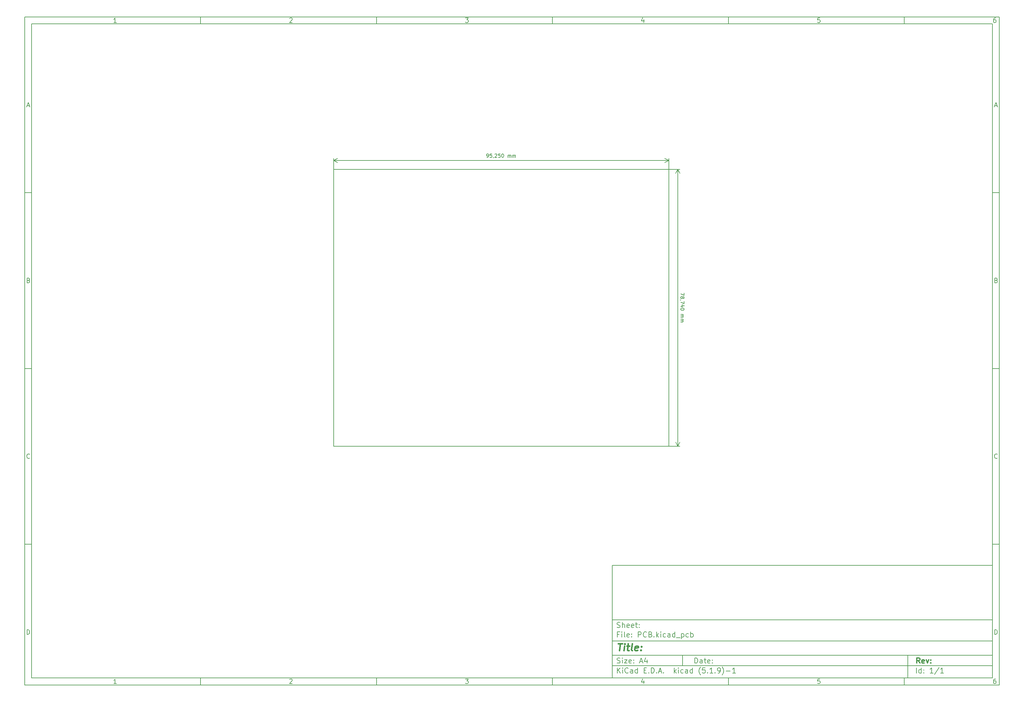
<source format=gbr>
%TF.GenerationSoftware,KiCad,Pcbnew,(5.1.9)-1*%
%TF.CreationDate,2023-11-25T15:35:42-05:00*%
%TF.ProjectId,PCB,5043422e-6b69-4636-9164-5f7063625858,rev?*%
%TF.SameCoordinates,Original*%
%TF.FileFunction,Other,User*%
%FSLAX46Y46*%
G04 Gerber Fmt 4.6, Leading zero omitted, Abs format (unit mm)*
G04 Created by KiCad (PCBNEW (5.1.9)-1) date 2023-11-25 15:35:42*
%MOMM*%
%LPD*%
G01*
G04 APERTURE LIST*
%ADD10C,0.100000*%
%ADD11C,0.150000*%
%ADD12C,0.300000*%
%ADD13C,0.400000*%
G04 APERTURE END LIST*
D10*
D11*
X177002200Y-166007200D02*
X177002200Y-198007200D01*
X285002200Y-198007200D01*
X285002200Y-166007200D01*
X177002200Y-166007200D01*
D10*
D11*
X10000000Y-10000000D02*
X10000000Y-200007200D01*
X287002200Y-200007200D01*
X287002200Y-10000000D01*
X10000000Y-10000000D01*
D10*
D11*
X12000000Y-12000000D02*
X12000000Y-198007200D01*
X285002200Y-198007200D01*
X285002200Y-12000000D01*
X12000000Y-12000000D01*
D10*
D11*
X60000000Y-12000000D02*
X60000000Y-10000000D01*
D10*
D11*
X110000000Y-12000000D02*
X110000000Y-10000000D01*
D10*
D11*
X160000000Y-12000000D02*
X160000000Y-10000000D01*
D10*
D11*
X210000000Y-12000000D02*
X210000000Y-10000000D01*
D10*
D11*
X260000000Y-12000000D02*
X260000000Y-10000000D01*
D10*
D11*
X36065476Y-11588095D02*
X35322619Y-11588095D01*
X35694047Y-11588095D02*
X35694047Y-10288095D01*
X35570238Y-10473809D01*
X35446428Y-10597619D01*
X35322619Y-10659523D01*
D10*
D11*
X85322619Y-10411904D02*
X85384523Y-10350000D01*
X85508333Y-10288095D01*
X85817857Y-10288095D01*
X85941666Y-10350000D01*
X86003571Y-10411904D01*
X86065476Y-10535714D01*
X86065476Y-10659523D01*
X86003571Y-10845238D01*
X85260714Y-11588095D01*
X86065476Y-11588095D01*
D10*
D11*
X135260714Y-10288095D02*
X136065476Y-10288095D01*
X135632142Y-10783333D01*
X135817857Y-10783333D01*
X135941666Y-10845238D01*
X136003571Y-10907142D01*
X136065476Y-11030952D01*
X136065476Y-11340476D01*
X136003571Y-11464285D01*
X135941666Y-11526190D01*
X135817857Y-11588095D01*
X135446428Y-11588095D01*
X135322619Y-11526190D01*
X135260714Y-11464285D01*
D10*
D11*
X185941666Y-10721428D02*
X185941666Y-11588095D01*
X185632142Y-10226190D02*
X185322619Y-11154761D01*
X186127380Y-11154761D01*
D10*
D11*
X236003571Y-10288095D02*
X235384523Y-10288095D01*
X235322619Y-10907142D01*
X235384523Y-10845238D01*
X235508333Y-10783333D01*
X235817857Y-10783333D01*
X235941666Y-10845238D01*
X236003571Y-10907142D01*
X236065476Y-11030952D01*
X236065476Y-11340476D01*
X236003571Y-11464285D01*
X235941666Y-11526190D01*
X235817857Y-11588095D01*
X235508333Y-11588095D01*
X235384523Y-11526190D01*
X235322619Y-11464285D01*
D10*
D11*
X285941666Y-10288095D02*
X285694047Y-10288095D01*
X285570238Y-10350000D01*
X285508333Y-10411904D01*
X285384523Y-10597619D01*
X285322619Y-10845238D01*
X285322619Y-11340476D01*
X285384523Y-11464285D01*
X285446428Y-11526190D01*
X285570238Y-11588095D01*
X285817857Y-11588095D01*
X285941666Y-11526190D01*
X286003571Y-11464285D01*
X286065476Y-11340476D01*
X286065476Y-11030952D01*
X286003571Y-10907142D01*
X285941666Y-10845238D01*
X285817857Y-10783333D01*
X285570238Y-10783333D01*
X285446428Y-10845238D01*
X285384523Y-10907142D01*
X285322619Y-11030952D01*
D10*
D11*
X60000000Y-198007200D02*
X60000000Y-200007200D01*
D10*
D11*
X110000000Y-198007200D02*
X110000000Y-200007200D01*
D10*
D11*
X160000000Y-198007200D02*
X160000000Y-200007200D01*
D10*
D11*
X210000000Y-198007200D02*
X210000000Y-200007200D01*
D10*
D11*
X260000000Y-198007200D02*
X260000000Y-200007200D01*
D10*
D11*
X36065476Y-199595295D02*
X35322619Y-199595295D01*
X35694047Y-199595295D02*
X35694047Y-198295295D01*
X35570238Y-198481009D01*
X35446428Y-198604819D01*
X35322619Y-198666723D01*
D10*
D11*
X85322619Y-198419104D02*
X85384523Y-198357200D01*
X85508333Y-198295295D01*
X85817857Y-198295295D01*
X85941666Y-198357200D01*
X86003571Y-198419104D01*
X86065476Y-198542914D01*
X86065476Y-198666723D01*
X86003571Y-198852438D01*
X85260714Y-199595295D01*
X86065476Y-199595295D01*
D10*
D11*
X135260714Y-198295295D02*
X136065476Y-198295295D01*
X135632142Y-198790533D01*
X135817857Y-198790533D01*
X135941666Y-198852438D01*
X136003571Y-198914342D01*
X136065476Y-199038152D01*
X136065476Y-199347676D01*
X136003571Y-199471485D01*
X135941666Y-199533390D01*
X135817857Y-199595295D01*
X135446428Y-199595295D01*
X135322619Y-199533390D01*
X135260714Y-199471485D01*
D10*
D11*
X185941666Y-198728628D02*
X185941666Y-199595295D01*
X185632142Y-198233390D02*
X185322619Y-199161961D01*
X186127380Y-199161961D01*
D10*
D11*
X236003571Y-198295295D02*
X235384523Y-198295295D01*
X235322619Y-198914342D01*
X235384523Y-198852438D01*
X235508333Y-198790533D01*
X235817857Y-198790533D01*
X235941666Y-198852438D01*
X236003571Y-198914342D01*
X236065476Y-199038152D01*
X236065476Y-199347676D01*
X236003571Y-199471485D01*
X235941666Y-199533390D01*
X235817857Y-199595295D01*
X235508333Y-199595295D01*
X235384523Y-199533390D01*
X235322619Y-199471485D01*
D10*
D11*
X285941666Y-198295295D02*
X285694047Y-198295295D01*
X285570238Y-198357200D01*
X285508333Y-198419104D01*
X285384523Y-198604819D01*
X285322619Y-198852438D01*
X285322619Y-199347676D01*
X285384523Y-199471485D01*
X285446428Y-199533390D01*
X285570238Y-199595295D01*
X285817857Y-199595295D01*
X285941666Y-199533390D01*
X286003571Y-199471485D01*
X286065476Y-199347676D01*
X286065476Y-199038152D01*
X286003571Y-198914342D01*
X285941666Y-198852438D01*
X285817857Y-198790533D01*
X285570238Y-198790533D01*
X285446428Y-198852438D01*
X285384523Y-198914342D01*
X285322619Y-199038152D01*
D10*
D11*
X10000000Y-60000000D02*
X12000000Y-60000000D01*
D10*
D11*
X10000000Y-110000000D02*
X12000000Y-110000000D01*
D10*
D11*
X10000000Y-160000000D02*
X12000000Y-160000000D01*
D10*
D11*
X10690476Y-35216666D02*
X11309523Y-35216666D01*
X10566666Y-35588095D02*
X11000000Y-34288095D01*
X11433333Y-35588095D01*
D10*
D11*
X11092857Y-84907142D02*
X11278571Y-84969047D01*
X11340476Y-85030952D01*
X11402380Y-85154761D01*
X11402380Y-85340476D01*
X11340476Y-85464285D01*
X11278571Y-85526190D01*
X11154761Y-85588095D01*
X10659523Y-85588095D01*
X10659523Y-84288095D01*
X11092857Y-84288095D01*
X11216666Y-84350000D01*
X11278571Y-84411904D01*
X11340476Y-84535714D01*
X11340476Y-84659523D01*
X11278571Y-84783333D01*
X11216666Y-84845238D01*
X11092857Y-84907142D01*
X10659523Y-84907142D01*
D10*
D11*
X11402380Y-135464285D02*
X11340476Y-135526190D01*
X11154761Y-135588095D01*
X11030952Y-135588095D01*
X10845238Y-135526190D01*
X10721428Y-135402380D01*
X10659523Y-135278571D01*
X10597619Y-135030952D01*
X10597619Y-134845238D01*
X10659523Y-134597619D01*
X10721428Y-134473809D01*
X10845238Y-134350000D01*
X11030952Y-134288095D01*
X11154761Y-134288095D01*
X11340476Y-134350000D01*
X11402380Y-134411904D01*
D10*
D11*
X10659523Y-185588095D02*
X10659523Y-184288095D01*
X10969047Y-184288095D01*
X11154761Y-184350000D01*
X11278571Y-184473809D01*
X11340476Y-184597619D01*
X11402380Y-184845238D01*
X11402380Y-185030952D01*
X11340476Y-185278571D01*
X11278571Y-185402380D01*
X11154761Y-185526190D01*
X10969047Y-185588095D01*
X10659523Y-185588095D01*
D10*
D11*
X287002200Y-60000000D02*
X285002200Y-60000000D01*
D10*
D11*
X287002200Y-110000000D02*
X285002200Y-110000000D01*
D10*
D11*
X287002200Y-160000000D02*
X285002200Y-160000000D01*
D10*
D11*
X285692676Y-35216666D02*
X286311723Y-35216666D01*
X285568866Y-35588095D02*
X286002200Y-34288095D01*
X286435533Y-35588095D01*
D10*
D11*
X286095057Y-84907142D02*
X286280771Y-84969047D01*
X286342676Y-85030952D01*
X286404580Y-85154761D01*
X286404580Y-85340476D01*
X286342676Y-85464285D01*
X286280771Y-85526190D01*
X286156961Y-85588095D01*
X285661723Y-85588095D01*
X285661723Y-84288095D01*
X286095057Y-84288095D01*
X286218866Y-84350000D01*
X286280771Y-84411904D01*
X286342676Y-84535714D01*
X286342676Y-84659523D01*
X286280771Y-84783333D01*
X286218866Y-84845238D01*
X286095057Y-84907142D01*
X285661723Y-84907142D01*
D10*
D11*
X286404580Y-135464285D02*
X286342676Y-135526190D01*
X286156961Y-135588095D01*
X286033152Y-135588095D01*
X285847438Y-135526190D01*
X285723628Y-135402380D01*
X285661723Y-135278571D01*
X285599819Y-135030952D01*
X285599819Y-134845238D01*
X285661723Y-134597619D01*
X285723628Y-134473809D01*
X285847438Y-134350000D01*
X286033152Y-134288095D01*
X286156961Y-134288095D01*
X286342676Y-134350000D01*
X286404580Y-134411904D01*
D10*
D11*
X285661723Y-185588095D02*
X285661723Y-184288095D01*
X285971247Y-184288095D01*
X286156961Y-184350000D01*
X286280771Y-184473809D01*
X286342676Y-184597619D01*
X286404580Y-184845238D01*
X286404580Y-185030952D01*
X286342676Y-185278571D01*
X286280771Y-185402380D01*
X286156961Y-185526190D01*
X285971247Y-185588095D01*
X285661723Y-185588095D01*
D10*
D11*
X200434342Y-193785771D02*
X200434342Y-192285771D01*
X200791485Y-192285771D01*
X201005771Y-192357200D01*
X201148628Y-192500057D01*
X201220057Y-192642914D01*
X201291485Y-192928628D01*
X201291485Y-193142914D01*
X201220057Y-193428628D01*
X201148628Y-193571485D01*
X201005771Y-193714342D01*
X200791485Y-193785771D01*
X200434342Y-193785771D01*
X202577200Y-193785771D02*
X202577200Y-193000057D01*
X202505771Y-192857200D01*
X202362914Y-192785771D01*
X202077200Y-192785771D01*
X201934342Y-192857200D01*
X202577200Y-193714342D02*
X202434342Y-193785771D01*
X202077200Y-193785771D01*
X201934342Y-193714342D01*
X201862914Y-193571485D01*
X201862914Y-193428628D01*
X201934342Y-193285771D01*
X202077200Y-193214342D01*
X202434342Y-193214342D01*
X202577200Y-193142914D01*
X203077200Y-192785771D02*
X203648628Y-192785771D01*
X203291485Y-192285771D02*
X203291485Y-193571485D01*
X203362914Y-193714342D01*
X203505771Y-193785771D01*
X203648628Y-193785771D01*
X204720057Y-193714342D02*
X204577200Y-193785771D01*
X204291485Y-193785771D01*
X204148628Y-193714342D01*
X204077200Y-193571485D01*
X204077200Y-193000057D01*
X204148628Y-192857200D01*
X204291485Y-192785771D01*
X204577200Y-192785771D01*
X204720057Y-192857200D01*
X204791485Y-193000057D01*
X204791485Y-193142914D01*
X204077200Y-193285771D01*
X205434342Y-193642914D02*
X205505771Y-193714342D01*
X205434342Y-193785771D01*
X205362914Y-193714342D01*
X205434342Y-193642914D01*
X205434342Y-193785771D01*
X205434342Y-192857200D02*
X205505771Y-192928628D01*
X205434342Y-193000057D01*
X205362914Y-192928628D01*
X205434342Y-192857200D01*
X205434342Y-193000057D01*
D10*
D11*
X177002200Y-194507200D02*
X285002200Y-194507200D01*
D10*
D11*
X178434342Y-196585771D02*
X178434342Y-195085771D01*
X179291485Y-196585771D02*
X178648628Y-195728628D01*
X179291485Y-195085771D02*
X178434342Y-195942914D01*
X179934342Y-196585771D02*
X179934342Y-195585771D01*
X179934342Y-195085771D02*
X179862914Y-195157200D01*
X179934342Y-195228628D01*
X180005771Y-195157200D01*
X179934342Y-195085771D01*
X179934342Y-195228628D01*
X181505771Y-196442914D02*
X181434342Y-196514342D01*
X181220057Y-196585771D01*
X181077200Y-196585771D01*
X180862914Y-196514342D01*
X180720057Y-196371485D01*
X180648628Y-196228628D01*
X180577200Y-195942914D01*
X180577200Y-195728628D01*
X180648628Y-195442914D01*
X180720057Y-195300057D01*
X180862914Y-195157200D01*
X181077200Y-195085771D01*
X181220057Y-195085771D01*
X181434342Y-195157200D01*
X181505771Y-195228628D01*
X182791485Y-196585771D02*
X182791485Y-195800057D01*
X182720057Y-195657200D01*
X182577200Y-195585771D01*
X182291485Y-195585771D01*
X182148628Y-195657200D01*
X182791485Y-196514342D02*
X182648628Y-196585771D01*
X182291485Y-196585771D01*
X182148628Y-196514342D01*
X182077200Y-196371485D01*
X182077200Y-196228628D01*
X182148628Y-196085771D01*
X182291485Y-196014342D01*
X182648628Y-196014342D01*
X182791485Y-195942914D01*
X184148628Y-196585771D02*
X184148628Y-195085771D01*
X184148628Y-196514342D02*
X184005771Y-196585771D01*
X183720057Y-196585771D01*
X183577200Y-196514342D01*
X183505771Y-196442914D01*
X183434342Y-196300057D01*
X183434342Y-195871485D01*
X183505771Y-195728628D01*
X183577200Y-195657200D01*
X183720057Y-195585771D01*
X184005771Y-195585771D01*
X184148628Y-195657200D01*
X186005771Y-195800057D02*
X186505771Y-195800057D01*
X186720057Y-196585771D02*
X186005771Y-196585771D01*
X186005771Y-195085771D01*
X186720057Y-195085771D01*
X187362914Y-196442914D02*
X187434342Y-196514342D01*
X187362914Y-196585771D01*
X187291485Y-196514342D01*
X187362914Y-196442914D01*
X187362914Y-196585771D01*
X188077200Y-196585771D02*
X188077200Y-195085771D01*
X188434342Y-195085771D01*
X188648628Y-195157200D01*
X188791485Y-195300057D01*
X188862914Y-195442914D01*
X188934342Y-195728628D01*
X188934342Y-195942914D01*
X188862914Y-196228628D01*
X188791485Y-196371485D01*
X188648628Y-196514342D01*
X188434342Y-196585771D01*
X188077200Y-196585771D01*
X189577200Y-196442914D02*
X189648628Y-196514342D01*
X189577200Y-196585771D01*
X189505771Y-196514342D01*
X189577200Y-196442914D01*
X189577200Y-196585771D01*
X190220057Y-196157200D02*
X190934342Y-196157200D01*
X190077200Y-196585771D02*
X190577200Y-195085771D01*
X191077200Y-196585771D01*
X191577200Y-196442914D02*
X191648628Y-196514342D01*
X191577200Y-196585771D01*
X191505771Y-196514342D01*
X191577200Y-196442914D01*
X191577200Y-196585771D01*
X194577200Y-196585771D02*
X194577200Y-195085771D01*
X194720057Y-196014342D02*
X195148628Y-196585771D01*
X195148628Y-195585771D02*
X194577200Y-196157200D01*
X195791485Y-196585771D02*
X195791485Y-195585771D01*
X195791485Y-195085771D02*
X195720057Y-195157200D01*
X195791485Y-195228628D01*
X195862914Y-195157200D01*
X195791485Y-195085771D01*
X195791485Y-195228628D01*
X197148628Y-196514342D02*
X197005771Y-196585771D01*
X196720057Y-196585771D01*
X196577200Y-196514342D01*
X196505771Y-196442914D01*
X196434342Y-196300057D01*
X196434342Y-195871485D01*
X196505771Y-195728628D01*
X196577200Y-195657200D01*
X196720057Y-195585771D01*
X197005771Y-195585771D01*
X197148628Y-195657200D01*
X198434342Y-196585771D02*
X198434342Y-195800057D01*
X198362914Y-195657200D01*
X198220057Y-195585771D01*
X197934342Y-195585771D01*
X197791485Y-195657200D01*
X198434342Y-196514342D02*
X198291485Y-196585771D01*
X197934342Y-196585771D01*
X197791485Y-196514342D01*
X197720057Y-196371485D01*
X197720057Y-196228628D01*
X197791485Y-196085771D01*
X197934342Y-196014342D01*
X198291485Y-196014342D01*
X198434342Y-195942914D01*
X199791485Y-196585771D02*
X199791485Y-195085771D01*
X199791485Y-196514342D02*
X199648628Y-196585771D01*
X199362914Y-196585771D01*
X199220057Y-196514342D01*
X199148628Y-196442914D01*
X199077200Y-196300057D01*
X199077200Y-195871485D01*
X199148628Y-195728628D01*
X199220057Y-195657200D01*
X199362914Y-195585771D01*
X199648628Y-195585771D01*
X199791485Y-195657200D01*
X202077200Y-197157200D02*
X202005771Y-197085771D01*
X201862914Y-196871485D01*
X201791485Y-196728628D01*
X201720057Y-196514342D01*
X201648628Y-196157200D01*
X201648628Y-195871485D01*
X201720057Y-195514342D01*
X201791485Y-195300057D01*
X201862914Y-195157200D01*
X202005771Y-194942914D01*
X202077200Y-194871485D01*
X203362914Y-195085771D02*
X202648628Y-195085771D01*
X202577200Y-195800057D01*
X202648628Y-195728628D01*
X202791485Y-195657200D01*
X203148628Y-195657200D01*
X203291485Y-195728628D01*
X203362914Y-195800057D01*
X203434342Y-195942914D01*
X203434342Y-196300057D01*
X203362914Y-196442914D01*
X203291485Y-196514342D01*
X203148628Y-196585771D01*
X202791485Y-196585771D01*
X202648628Y-196514342D01*
X202577200Y-196442914D01*
X204077200Y-196442914D02*
X204148628Y-196514342D01*
X204077200Y-196585771D01*
X204005771Y-196514342D01*
X204077200Y-196442914D01*
X204077200Y-196585771D01*
X205577200Y-196585771D02*
X204720057Y-196585771D01*
X205148628Y-196585771D02*
X205148628Y-195085771D01*
X205005771Y-195300057D01*
X204862914Y-195442914D01*
X204720057Y-195514342D01*
X206220057Y-196442914D02*
X206291485Y-196514342D01*
X206220057Y-196585771D01*
X206148628Y-196514342D01*
X206220057Y-196442914D01*
X206220057Y-196585771D01*
X207005771Y-196585771D02*
X207291485Y-196585771D01*
X207434342Y-196514342D01*
X207505771Y-196442914D01*
X207648628Y-196228628D01*
X207720057Y-195942914D01*
X207720057Y-195371485D01*
X207648628Y-195228628D01*
X207577200Y-195157200D01*
X207434342Y-195085771D01*
X207148628Y-195085771D01*
X207005771Y-195157200D01*
X206934342Y-195228628D01*
X206862914Y-195371485D01*
X206862914Y-195728628D01*
X206934342Y-195871485D01*
X207005771Y-195942914D01*
X207148628Y-196014342D01*
X207434342Y-196014342D01*
X207577200Y-195942914D01*
X207648628Y-195871485D01*
X207720057Y-195728628D01*
X208220057Y-197157200D02*
X208291485Y-197085771D01*
X208434342Y-196871485D01*
X208505771Y-196728628D01*
X208577200Y-196514342D01*
X208648628Y-196157200D01*
X208648628Y-195871485D01*
X208577200Y-195514342D01*
X208505771Y-195300057D01*
X208434342Y-195157200D01*
X208291485Y-194942914D01*
X208220057Y-194871485D01*
X209362914Y-196014342D02*
X210505771Y-196014342D01*
X212005771Y-196585771D02*
X211148628Y-196585771D01*
X211577200Y-196585771D02*
X211577200Y-195085771D01*
X211434342Y-195300057D01*
X211291485Y-195442914D01*
X211148628Y-195514342D01*
D10*
D11*
X177002200Y-191507200D02*
X285002200Y-191507200D01*
D10*
D12*
X264411485Y-193785771D02*
X263911485Y-193071485D01*
X263554342Y-193785771D02*
X263554342Y-192285771D01*
X264125771Y-192285771D01*
X264268628Y-192357200D01*
X264340057Y-192428628D01*
X264411485Y-192571485D01*
X264411485Y-192785771D01*
X264340057Y-192928628D01*
X264268628Y-193000057D01*
X264125771Y-193071485D01*
X263554342Y-193071485D01*
X265625771Y-193714342D02*
X265482914Y-193785771D01*
X265197200Y-193785771D01*
X265054342Y-193714342D01*
X264982914Y-193571485D01*
X264982914Y-193000057D01*
X265054342Y-192857200D01*
X265197200Y-192785771D01*
X265482914Y-192785771D01*
X265625771Y-192857200D01*
X265697200Y-193000057D01*
X265697200Y-193142914D01*
X264982914Y-193285771D01*
X266197200Y-192785771D02*
X266554342Y-193785771D01*
X266911485Y-192785771D01*
X267482914Y-193642914D02*
X267554342Y-193714342D01*
X267482914Y-193785771D01*
X267411485Y-193714342D01*
X267482914Y-193642914D01*
X267482914Y-193785771D01*
X267482914Y-192857200D02*
X267554342Y-192928628D01*
X267482914Y-193000057D01*
X267411485Y-192928628D01*
X267482914Y-192857200D01*
X267482914Y-193000057D01*
D10*
D11*
X178362914Y-193714342D02*
X178577200Y-193785771D01*
X178934342Y-193785771D01*
X179077200Y-193714342D01*
X179148628Y-193642914D01*
X179220057Y-193500057D01*
X179220057Y-193357200D01*
X179148628Y-193214342D01*
X179077200Y-193142914D01*
X178934342Y-193071485D01*
X178648628Y-193000057D01*
X178505771Y-192928628D01*
X178434342Y-192857200D01*
X178362914Y-192714342D01*
X178362914Y-192571485D01*
X178434342Y-192428628D01*
X178505771Y-192357200D01*
X178648628Y-192285771D01*
X179005771Y-192285771D01*
X179220057Y-192357200D01*
X179862914Y-193785771D02*
X179862914Y-192785771D01*
X179862914Y-192285771D02*
X179791485Y-192357200D01*
X179862914Y-192428628D01*
X179934342Y-192357200D01*
X179862914Y-192285771D01*
X179862914Y-192428628D01*
X180434342Y-192785771D02*
X181220057Y-192785771D01*
X180434342Y-193785771D01*
X181220057Y-193785771D01*
X182362914Y-193714342D02*
X182220057Y-193785771D01*
X181934342Y-193785771D01*
X181791485Y-193714342D01*
X181720057Y-193571485D01*
X181720057Y-193000057D01*
X181791485Y-192857200D01*
X181934342Y-192785771D01*
X182220057Y-192785771D01*
X182362914Y-192857200D01*
X182434342Y-193000057D01*
X182434342Y-193142914D01*
X181720057Y-193285771D01*
X183077200Y-193642914D02*
X183148628Y-193714342D01*
X183077200Y-193785771D01*
X183005771Y-193714342D01*
X183077200Y-193642914D01*
X183077200Y-193785771D01*
X183077200Y-192857200D02*
X183148628Y-192928628D01*
X183077200Y-193000057D01*
X183005771Y-192928628D01*
X183077200Y-192857200D01*
X183077200Y-193000057D01*
X184862914Y-193357200D02*
X185577200Y-193357200D01*
X184720057Y-193785771D02*
X185220057Y-192285771D01*
X185720057Y-193785771D01*
X186862914Y-192785771D02*
X186862914Y-193785771D01*
X186505771Y-192214342D02*
X186148628Y-193285771D01*
X187077200Y-193285771D01*
D10*
D11*
X263434342Y-196585771D02*
X263434342Y-195085771D01*
X264791485Y-196585771D02*
X264791485Y-195085771D01*
X264791485Y-196514342D02*
X264648628Y-196585771D01*
X264362914Y-196585771D01*
X264220057Y-196514342D01*
X264148628Y-196442914D01*
X264077200Y-196300057D01*
X264077200Y-195871485D01*
X264148628Y-195728628D01*
X264220057Y-195657200D01*
X264362914Y-195585771D01*
X264648628Y-195585771D01*
X264791485Y-195657200D01*
X265505771Y-196442914D02*
X265577200Y-196514342D01*
X265505771Y-196585771D01*
X265434342Y-196514342D01*
X265505771Y-196442914D01*
X265505771Y-196585771D01*
X265505771Y-195657200D02*
X265577200Y-195728628D01*
X265505771Y-195800057D01*
X265434342Y-195728628D01*
X265505771Y-195657200D01*
X265505771Y-195800057D01*
X268148628Y-196585771D02*
X267291485Y-196585771D01*
X267720057Y-196585771D02*
X267720057Y-195085771D01*
X267577200Y-195300057D01*
X267434342Y-195442914D01*
X267291485Y-195514342D01*
X269862914Y-195014342D02*
X268577200Y-196942914D01*
X271148628Y-196585771D02*
X270291485Y-196585771D01*
X270720057Y-196585771D02*
X270720057Y-195085771D01*
X270577200Y-195300057D01*
X270434342Y-195442914D01*
X270291485Y-195514342D01*
D10*
D11*
X177002200Y-187507200D02*
X285002200Y-187507200D01*
D10*
D13*
X178714580Y-188211961D02*
X179857438Y-188211961D01*
X179036009Y-190211961D02*
X179286009Y-188211961D01*
X180274104Y-190211961D02*
X180440771Y-188878628D01*
X180524104Y-188211961D02*
X180416961Y-188307200D01*
X180500295Y-188402438D01*
X180607438Y-188307200D01*
X180524104Y-188211961D01*
X180500295Y-188402438D01*
X181107438Y-188878628D02*
X181869342Y-188878628D01*
X181476485Y-188211961D02*
X181262200Y-189926247D01*
X181333628Y-190116723D01*
X181512200Y-190211961D01*
X181702676Y-190211961D01*
X182655057Y-190211961D02*
X182476485Y-190116723D01*
X182405057Y-189926247D01*
X182619342Y-188211961D01*
X184190771Y-190116723D02*
X183988390Y-190211961D01*
X183607438Y-190211961D01*
X183428866Y-190116723D01*
X183357438Y-189926247D01*
X183452676Y-189164342D01*
X183571723Y-188973866D01*
X183774104Y-188878628D01*
X184155057Y-188878628D01*
X184333628Y-188973866D01*
X184405057Y-189164342D01*
X184381247Y-189354819D01*
X183405057Y-189545295D01*
X185155057Y-190021485D02*
X185238390Y-190116723D01*
X185131247Y-190211961D01*
X185047914Y-190116723D01*
X185155057Y-190021485D01*
X185131247Y-190211961D01*
X185286009Y-188973866D02*
X185369342Y-189069104D01*
X185262200Y-189164342D01*
X185178866Y-189069104D01*
X185286009Y-188973866D01*
X185262200Y-189164342D01*
D10*
D11*
X178934342Y-185600057D02*
X178434342Y-185600057D01*
X178434342Y-186385771D02*
X178434342Y-184885771D01*
X179148628Y-184885771D01*
X179720057Y-186385771D02*
X179720057Y-185385771D01*
X179720057Y-184885771D02*
X179648628Y-184957200D01*
X179720057Y-185028628D01*
X179791485Y-184957200D01*
X179720057Y-184885771D01*
X179720057Y-185028628D01*
X180648628Y-186385771D02*
X180505771Y-186314342D01*
X180434342Y-186171485D01*
X180434342Y-184885771D01*
X181791485Y-186314342D02*
X181648628Y-186385771D01*
X181362914Y-186385771D01*
X181220057Y-186314342D01*
X181148628Y-186171485D01*
X181148628Y-185600057D01*
X181220057Y-185457200D01*
X181362914Y-185385771D01*
X181648628Y-185385771D01*
X181791485Y-185457200D01*
X181862914Y-185600057D01*
X181862914Y-185742914D01*
X181148628Y-185885771D01*
X182505771Y-186242914D02*
X182577200Y-186314342D01*
X182505771Y-186385771D01*
X182434342Y-186314342D01*
X182505771Y-186242914D01*
X182505771Y-186385771D01*
X182505771Y-185457200D02*
X182577200Y-185528628D01*
X182505771Y-185600057D01*
X182434342Y-185528628D01*
X182505771Y-185457200D01*
X182505771Y-185600057D01*
X184362914Y-186385771D02*
X184362914Y-184885771D01*
X184934342Y-184885771D01*
X185077200Y-184957200D01*
X185148628Y-185028628D01*
X185220057Y-185171485D01*
X185220057Y-185385771D01*
X185148628Y-185528628D01*
X185077200Y-185600057D01*
X184934342Y-185671485D01*
X184362914Y-185671485D01*
X186720057Y-186242914D02*
X186648628Y-186314342D01*
X186434342Y-186385771D01*
X186291485Y-186385771D01*
X186077200Y-186314342D01*
X185934342Y-186171485D01*
X185862914Y-186028628D01*
X185791485Y-185742914D01*
X185791485Y-185528628D01*
X185862914Y-185242914D01*
X185934342Y-185100057D01*
X186077200Y-184957200D01*
X186291485Y-184885771D01*
X186434342Y-184885771D01*
X186648628Y-184957200D01*
X186720057Y-185028628D01*
X187862914Y-185600057D02*
X188077200Y-185671485D01*
X188148628Y-185742914D01*
X188220057Y-185885771D01*
X188220057Y-186100057D01*
X188148628Y-186242914D01*
X188077200Y-186314342D01*
X187934342Y-186385771D01*
X187362914Y-186385771D01*
X187362914Y-184885771D01*
X187862914Y-184885771D01*
X188005771Y-184957200D01*
X188077200Y-185028628D01*
X188148628Y-185171485D01*
X188148628Y-185314342D01*
X188077200Y-185457200D01*
X188005771Y-185528628D01*
X187862914Y-185600057D01*
X187362914Y-185600057D01*
X188862914Y-186242914D02*
X188934342Y-186314342D01*
X188862914Y-186385771D01*
X188791485Y-186314342D01*
X188862914Y-186242914D01*
X188862914Y-186385771D01*
X189577200Y-186385771D02*
X189577200Y-184885771D01*
X189720057Y-185814342D02*
X190148628Y-186385771D01*
X190148628Y-185385771D02*
X189577200Y-185957200D01*
X190791485Y-186385771D02*
X190791485Y-185385771D01*
X190791485Y-184885771D02*
X190720057Y-184957200D01*
X190791485Y-185028628D01*
X190862914Y-184957200D01*
X190791485Y-184885771D01*
X190791485Y-185028628D01*
X192148628Y-186314342D02*
X192005771Y-186385771D01*
X191720057Y-186385771D01*
X191577200Y-186314342D01*
X191505771Y-186242914D01*
X191434342Y-186100057D01*
X191434342Y-185671485D01*
X191505771Y-185528628D01*
X191577200Y-185457200D01*
X191720057Y-185385771D01*
X192005771Y-185385771D01*
X192148628Y-185457200D01*
X193434342Y-186385771D02*
X193434342Y-185600057D01*
X193362914Y-185457200D01*
X193220057Y-185385771D01*
X192934342Y-185385771D01*
X192791485Y-185457200D01*
X193434342Y-186314342D02*
X193291485Y-186385771D01*
X192934342Y-186385771D01*
X192791485Y-186314342D01*
X192720057Y-186171485D01*
X192720057Y-186028628D01*
X192791485Y-185885771D01*
X192934342Y-185814342D01*
X193291485Y-185814342D01*
X193434342Y-185742914D01*
X194791485Y-186385771D02*
X194791485Y-184885771D01*
X194791485Y-186314342D02*
X194648628Y-186385771D01*
X194362914Y-186385771D01*
X194220057Y-186314342D01*
X194148628Y-186242914D01*
X194077200Y-186100057D01*
X194077200Y-185671485D01*
X194148628Y-185528628D01*
X194220057Y-185457200D01*
X194362914Y-185385771D01*
X194648628Y-185385771D01*
X194791485Y-185457200D01*
X195148628Y-186528628D02*
X196291485Y-186528628D01*
X196648628Y-185385771D02*
X196648628Y-186885771D01*
X196648628Y-185457200D02*
X196791485Y-185385771D01*
X197077200Y-185385771D01*
X197220057Y-185457200D01*
X197291485Y-185528628D01*
X197362914Y-185671485D01*
X197362914Y-186100057D01*
X197291485Y-186242914D01*
X197220057Y-186314342D01*
X197077200Y-186385771D01*
X196791485Y-186385771D01*
X196648628Y-186314342D01*
X198648628Y-186314342D02*
X198505771Y-186385771D01*
X198220057Y-186385771D01*
X198077200Y-186314342D01*
X198005771Y-186242914D01*
X197934342Y-186100057D01*
X197934342Y-185671485D01*
X198005771Y-185528628D01*
X198077200Y-185457200D01*
X198220057Y-185385771D01*
X198505771Y-185385771D01*
X198648628Y-185457200D01*
X199291485Y-186385771D02*
X199291485Y-184885771D01*
X199291485Y-185457200D02*
X199434342Y-185385771D01*
X199720057Y-185385771D01*
X199862914Y-185457200D01*
X199934342Y-185528628D01*
X200005771Y-185671485D01*
X200005771Y-186100057D01*
X199934342Y-186242914D01*
X199862914Y-186314342D01*
X199720057Y-186385771D01*
X199434342Y-186385771D01*
X199291485Y-186314342D01*
D10*
D11*
X177002200Y-181507200D02*
X285002200Y-181507200D01*
D10*
D11*
X178362914Y-183614342D02*
X178577200Y-183685771D01*
X178934342Y-183685771D01*
X179077200Y-183614342D01*
X179148628Y-183542914D01*
X179220057Y-183400057D01*
X179220057Y-183257200D01*
X179148628Y-183114342D01*
X179077200Y-183042914D01*
X178934342Y-182971485D01*
X178648628Y-182900057D01*
X178505771Y-182828628D01*
X178434342Y-182757200D01*
X178362914Y-182614342D01*
X178362914Y-182471485D01*
X178434342Y-182328628D01*
X178505771Y-182257200D01*
X178648628Y-182185771D01*
X179005771Y-182185771D01*
X179220057Y-182257200D01*
X179862914Y-183685771D02*
X179862914Y-182185771D01*
X180505771Y-183685771D02*
X180505771Y-182900057D01*
X180434342Y-182757200D01*
X180291485Y-182685771D01*
X180077200Y-182685771D01*
X179934342Y-182757200D01*
X179862914Y-182828628D01*
X181791485Y-183614342D02*
X181648628Y-183685771D01*
X181362914Y-183685771D01*
X181220057Y-183614342D01*
X181148628Y-183471485D01*
X181148628Y-182900057D01*
X181220057Y-182757200D01*
X181362914Y-182685771D01*
X181648628Y-182685771D01*
X181791485Y-182757200D01*
X181862914Y-182900057D01*
X181862914Y-183042914D01*
X181148628Y-183185771D01*
X183077200Y-183614342D02*
X182934342Y-183685771D01*
X182648628Y-183685771D01*
X182505771Y-183614342D01*
X182434342Y-183471485D01*
X182434342Y-182900057D01*
X182505771Y-182757200D01*
X182648628Y-182685771D01*
X182934342Y-182685771D01*
X183077200Y-182757200D01*
X183148628Y-182900057D01*
X183148628Y-183042914D01*
X182434342Y-183185771D01*
X183577200Y-182685771D02*
X184148628Y-182685771D01*
X183791485Y-182185771D02*
X183791485Y-183471485D01*
X183862914Y-183614342D01*
X184005771Y-183685771D01*
X184148628Y-183685771D01*
X184648628Y-183542914D02*
X184720057Y-183614342D01*
X184648628Y-183685771D01*
X184577200Y-183614342D01*
X184648628Y-183542914D01*
X184648628Y-183685771D01*
X184648628Y-182757200D02*
X184720057Y-182828628D01*
X184648628Y-182900057D01*
X184577200Y-182828628D01*
X184648628Y-182757200D01*
X184648628Y-182900057D01*
D10*
D11*
X197002200Y-191507200D02*
X197002200Y-194507200D01*
D10*
D11*
X261002200Y-191507200D02*
X261002200Y-198007200D01*
X197427619Y-88519523D02*
X197427619Y-89186190D01*
X196427619Y-88757619D01*
X196999047Y-89710000D02*
X197046666Y-89614761D01*
X197094285Y-89567142D01*
X197189523Y-89519523D01*
X197237142Y-89519523D01*
X197332380Y-89567142D01*
X197380000Y-89614761D01*
X197427619Y-89710000D01*
X197427619Y-89900476D01*
X197380000Y-89995714D01*
X197332380Y-90043333D01*
X197237142Y-90090952D01*
X197189523Y-90090952D01*
X197094285Y-90043333D01*
X197046666Y-89995714D01*
X196999047Y-89900476D01*
X196999047Y-89710000D01*
X196951428Y-89614761D01*
X196903809Y-89567142D01*
X196808571Y-89519523D01*
X196618095Y-89519523D01*
X196522857Y-89567142D01*
X196475238Y-89614761D01*
X196427619Y-89710000D01*
X196427619Y-89900476D01*
X196475238Y-89995714D01*
X196522857Y-90043333D01*
X196618095Y-90090952D01*
X196808571Y-90090952D01*
X196903809Y-90043333D01*
X196951428Y-89995714D01*
X196999047Y-89900476D01*
X196475238Y-90567142D02*
X196427619Y-90567142D01*
X196332380Y-90519523D01*
X196284761Y-90471904D01*
X197427619Y-90900476D02*
X197427619Y-91567142D01*
X196427619Y-91138571D01*
X197094285Y-92376666D02*
X196427619Y-92376666D01*
X197475238Y-92138571D02*
X196760952Y-91900476D01*
X196760952Y-92519523D01*
X197427619Y-93090952D02*
X197427619Y-93186190D01*
X197380000Y-93281428D01*
X197332380Y-93329047D01*
X197237142Y-93376666D01*
X197046666Y-93424285D01*
X196808571Y-93424285D01*
X196618095Y-93376666D01*
X196522857Y-93329047D01*
X196475238Y-93281428D01*
X196427619Y-93186190D01*
X196427619Y-93090952D01*
X196475238Y-92995714D01*
X196522857Y-92948095D01*
X196618095Y-92900476D01*
X196808571Y-92852857D01*
X197046666Y-92852857D01*
X197237142Y-92900476D01*
X197332380Y-92948095D01*
X197380000Y-92995714D01*
X197427619Y-93090952D01*
X196427619Y-94614761D02*
X197094285Y-94614761D01*
X196999047Y-94614761D02*
X197046666Y-94662380D01*
X197094285Y-94757619D01*
X197094285Y-94900476D01*
X197046666Y-94995714D01*
X196951428Y-95043333D01*
X196427619Y-95043333D01*
X196951428Y-95043333D02*
X197046666Y-95090952D01*
X197094285Y-95186190D01*
X197094285Y-95329047D01*
X197046666Y-95424285D01*
X196951428Y-95471904D01*
X196427619Y-95471904D01*
X196427619Y-95948095D02*
X197094285Y-95948095D01*
X196999047Y-95948095D02*
X197046666Y-95995714D01*
X197094285Y-96090952D01*
X197094285Y-96233809D01*
X197046666Y-96329047D01*
X196951428Y-96376666D01*
X196427619Y-96376666D01*
X196951428Y-96376666D02*
X197046666Y-96424285D01*
X197094285Y-96519523D01*
X197094285Y-96662380D01*
X197046666Y-96757619D01*
X196951428Y-96805238D01*
X196427619Y-96805238D01*
X195580000Y-53340000D02*
X195580000Y-132080000D01*
X193040000Y-53340000D02*
X196166421Y-53340000D01*
X193040000Y-132080000D02*
X196166421Y-132080000D01*
X195580000Y-132080000D02*
X194993579Y-130953496D01*
X195580000Y-132080000D02*
X196166421Y-130953496D01*
X195580000Y-53340000D02*
X194993579Y-54466504D01*
X195580000Y-53340000D02*
X196166421Y-54466504D01*
X141367380Y-49952380D02*
X141557857Y-49952380D01*
X141653095Y-49904761D01*
X141700714Y-49857142D01*
X141795952Y-49714285D01*
X141843571Y-49523809D01*
X141843571Y-49142857D01*
X141795952Y-49047619D01*
X141748333Y-49000000D01*
X141653095Y-48952380D01*
X141462619Y-48952380D01*
X141367380Y-49000000D01*
X141319761Y-49047619D01*
X141272142Y-49142857D01*
X141272142Y-49380952D01*
X141319761Y-49476190D01*
X141367380Y-49523809D01*
X141462619Y-49571428D01*
X141653095Y-49571428D01*
X141748333Y-49523809D01*
X141795952Y-49476190D01*
X141843571Y-49380952D01*
X142748333Y-48952380D02*
X142272142Y-48952380D01*
X142224523Y-49428571D01*
X142272142Y-49380952D01*
X142367380Y-49333333D01*
X142605476Y-49333333D01*
X142700714Y-49380952D01*
X142748333Y-49428571D01*
X142795952Y-49523809D01*
X142795952Y-49761904D01*
X142748333Y-49857142D01*
X142700714Y-49904761D01*
X142605476Y-49952380D01*
X142367380Y-49952380D01*
X142272142Y-49904761D01*
X142224523Y-49857142D01*
X143272142Y-49904761D02*
X143272142Y-49952380D01*
X143224523Y-50047619D01*
X143176904Y-50095238D01*
X143653095Y-49047619D02*
X143700714Y-49000000D01*
X143795952Y-48952380D01*
X144034047Y-48952380D01*
X144129285Y-49000000D01*
X144176904Y-49047619D01*
X144224523Y-49142857D01*
X144224523Y-49238095D01*
X144176904Y-49380952D01*
X143605476Y-49952380D01*
X144224523Y-49952380D01*
X145129285Y-48952380D02*
X144653095Y-48952380D01*
X144605476Y-49428571D01*
X144653095Y-49380952D01*
X144748333Y-49333333D01*
X144986428Y-49333333D01*
X145081666Y-49380952D01*
X145129285Y-49428571D01*
X145176904Y-49523809D01*
X145176904Y-49761904D01*
X145129285Y-49857142D01*
X145081666Y-49904761D01*
X144986428Y-49952380D01*
X144748333Y-49952380D01*
X144653095Y-49904761D01*
X144605476Y-49857142D01*
X145795952Y-48952380D02*
X145891190Y-48952380D01*
X145986428Y-49000000D01*
X146034047Y-49047619D01*
X146081666Y-49142857D01*
X146129285Y-49333333D01*
X146129285Y-49571428D01*
X146081666Y-49761904D01*
X146034047Y-49857142D01*
X145986428Y-49904761D01*
X145891190Y-49952380D01*
X145795952Y-49952380D01*
X145700714Y-49904761D01*
X145653095Y-49857142D01*
X145605476Y-49761904D01*
X145557857Y-49571428D01*
X145557857Y-49333333D01*
X145605476Y-49142857D01*
X145653095Y-49047619D01*
X145700714Y-49000000D01*
X145795952Y-48952380D01*
X147319761Y-49952380D02*
X147319761Y-49285714D01*
X147319761Y-49380952D02*
X147367380Y-49333333D01*
X147462619Y-49285714D01*
X147605476Y-49285714D01*
X147700714Y-49333333D01*
X147748333Y-49428571D01*
X147748333Y-49952380D01*
X147748333Y-49428571D02*
X147795952Y-49333333D01*
X147891190Y-49285714D01*
X148034047Y-49285714D01*
X148129285Y-49333333D01*
X148176904Y-49428571D01*
X148176904Y-49952380D01*
X148653095Y-49952380D02*
X148653095Y-49285714D01*
X148653095Y-49380952D02*
X148700714Y-49333333D01*
X148795952Y-49285714D01*
X148938809Y-49285714D01*
X149034047Y-49333333D01*
X149081666Y-49428571D01*
X149081666Y-49952380D01*
X149081666Y-49428571D02*
X149129285Y-49333333D01*
X149224523Y-49285714D01*
X149367380Y-49285714D01*
X149462619Y-49333333D01*
X149510238Y-49428571D01*
X149510238Y-49952380D01*
X97790000Y-50800000D02*
X193040000Y-50800000D01*
X97790000Y-53340000D02*
X97790000Y-50213579D01*
X193040000Y-53340000D02*
X193040000Y-50213579D01*
X193040000Y-50800000D02*
X191913496Y-51386421D01*
X193040000Y-50800000D02*
X191913496Y-50213579D01*
X97790000Y-50800000D02*
X98916504Y-51386421D01*
X97790000Y-50800000D02*
X98916504Y-50213579D01*
X193040000Y-53340000D02*
X97790000Y-53340000D01*
X193040000Y-132080000D02*
X193040000Y-52070000D01*
X97790000Y-132080000D02*
X193040000Y-132080000D01*
X97790000Y-52070000D02*
X97790000Y-132080000D01*
M02*

</source>
